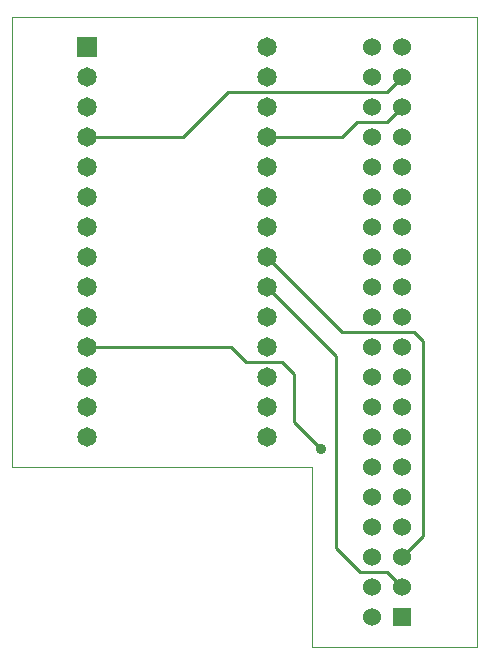
<source format=gbl>
G04 (created by PCBNEW (2013-07-07 BZR 4022)-stable) date 8/19/2015 9:17:47 PM*
%MOIN*%
G04 Gerber Fmt 3.4, Leading zero omitted, Abs format*
%FSLAX34Y34*%
G01*
G70*
G90*
G04 APERTURE LIST*
%ADD10C,0.00590551*%
%ADD11C,0.00393701*%
%ADD12R,0.065X0.065*%
%ADD13C,0.065*%
%ADD14R,0.06X0.06*%
%ADD15C,0.06*%
%ADD16C,0.035*%
%ADD17C,0.01*%
G04 APERTURE END LIST*
G54D10*
G54D11*
X75000Y-61000D02*
X75000Y-46000D01*
X85000Y-61000D02*
X75000Y-61000D01*
X85000Y-67000D02*
X85000Y-61000D01*
X90500Y-67000D02*
X85000Y-67000D01*
X90500Y-46000D02*
X90500Y-67000D01*
X75000Y-46000D02*
X90500Y-46000D01*
G54D12*
X77500Y-47000D03*
G54D13*
X77500Y-48000D03*
X77500Y-49000D03*
X77500Y-50000D03*
X77500Y-51000D03*
X77500Y-52000D03*
X77500Y-53000D03*
X77500Y-54000D03*
X77500Y-55000D03*
X77500Y-56000D03*
X77500Y-57000D03*
X77500Y-58000D03*
X77500Y-59000D03*
X77500Y-60000D03*
X83500Y-60000D03*
X83500Y-59000D03*
X83500Y-58000D03*
X83500Y-57000D03*
X83500Y-56000D03*
X83500Y-55000D03*
X83500Y-54000D03*
X83500Y-53000D03*
X83500Y-52000D03*
X83500Y-51000D03*
X83500Y-50000D03*
X83500Y-49000D03*
X83500Y-48000D03*
X83500Y-47000D03*
G54D14*
X88000Y-66000D03*
G54D15*
X87000Y-66000D03*
X88000Y-65000D03*
X87000Y-65000D03*
X88000Y-64000D03*
X87000Y-64000D03*
X88000Y-63000D03*
X87000Y-63000D03*
X88000Y-62000D03*
X87000Y-62000D03*
X88000Y-61000D03*
X87000Y-61000D03*
X88000Y-60000D03*
X87000Y-60000D03*
X88000Y-59000D03*
X87000Y-59000D03*
X88000Y-58000D03*
X87000Y-58000D03*
X88000Y-57000D03*
X87000Y-57000D03*
X88000Y-56000D03*
X87000Y-56000D03*
X88000Y-55000D03*
X87000Y-55000D03*
X88000Y-54000D03*
X87000Y-54000D03*
X88000Y-53000D03*
X87000Y-53000D03*
X88000Y-52000D03*
X87000Y-52000D03*
X88000Y-51000D03*
X87000Y-51000D03*
X88000Y-50000D03*
X87000Y-50000D03*
X88000Y-49000D03*
X87000Y-49000D03*
X88000Y-48000D03*
X87000Y-48000D03*
X88000Y-47000D03*
X87000Y-47000D03*
G54D16*
X85300Y-60400D03*
G54D17*
X77500Y-57000D02*
X82300Y-57000D01*
X84400Y-59500D02*
X85300Y-60400D01*
X84400Y-57900D02*
X84400Y-59500D01*
X84000Y-57500D02*
X84400Y-57900D01*
X82800Y-57500D02*
X84000Y-57500D01*
X82300Y-57000D02*
X82800Y-57500D01*
X83500Y-50000D02*
X86000Y-50000D01*
X87500Y-49500D02*
X88000Y-49000D01*
X86500Y-49500D02*
X87500Y-49500D01*
X86000Y-50000D02*
X86500Y-49500D01*
X83500Y-54000D02*
X84900Y-55400D01*
X88700Y-63300D02*
X88000Y-64000D01*
X88700Y-56800D02*
X88700Y-63300D01*
X88400Y-56500D02*
X88700Y-56800D01*
X86000Y-56500D02*
X88400Y-56500D01*
X85800Y-56300D02*
X86000Y-56500D01*
X84900Y-55400D02*
X85800Y-56300D01*
X83500Y-55000D02*
X84100Y-55600D01*
X87500Y-64500D02*
X88000Y-65000D01*
X86600Y-64500D02*
X87500Y-64500D01*
X85800Y-63700D02*
X86600Y-64500D01*
X85800Y-57300D02*
X85800Y-63700D01*
X85600Y-57100D02*
X85800Y-57300D01*
X84100Y-55600D02*
X85600Y-57100D01*
X77500Y-50000D02*
X80700Y-50000D01*
X87500Y-48500D02*
X88000Y-48000D01*
X82200Y-48500D02*
X87500Y-48500D01*
X80700Y-50000D02*
X82200Y-48500D01*
M02*

</source>
